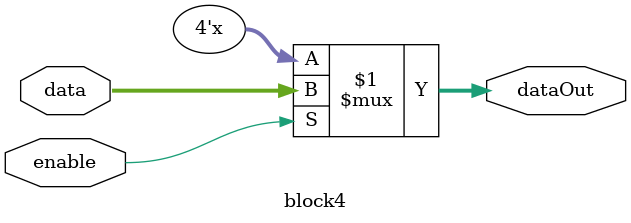
<source format=v>
`timescale 1ms/100ns
module block4(input [3:0] data, input enable, output [3:0] dataOut);
    parameter delaytime=5;
    assign #delaytime dataOut = enable ? data : 4'bzzzz;
endmodule
</source>
